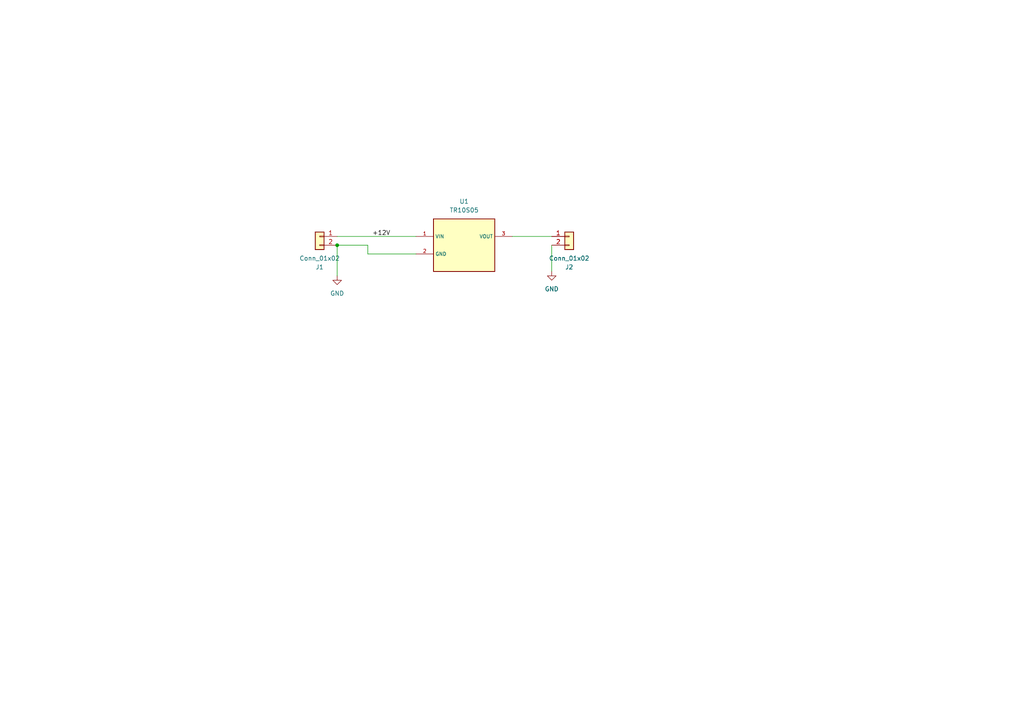
<source format=kicad_sch>
(kicad_sch
	(version 20231120)
	(generator "eeschema")
	(generator_version "8.0")
	(uuid "2b6f8566-94a9-4514-bece-73b685fbf46a")
	(paper "A4")
	(lib_symbols
		(symbol "Connector_Generic:Conn_01x02"
			(pin_names
				(offset 1.016) hide)
			(exclude_from_sim no)
			(in_bom yes)
			(on_board yes)
			(property "Reference" "J"
				(at 0 2.54 0)
				(effects
					(font
						(size 1.27 1.27)
					)
				)
			)
			(property "Value" "Conn_01x02"
				(at 0 -5.08 0)
				(effects
					(font
						(size 1.27 1.27)
					)
				)
			)
			(property "Footprint" ""
				(at 0 0 0)
				(effects
					(font
						(size 1.27 1.27)
					)
					(hide yes)
				)
			)
			(property "Datasheet" "~"
				(at 0 0 0)
				(effects
					(font
						(size 1.27 1.27)
					)
					(hide yes)
				)
			)
			(property "Description" "Generic connector, single row, 01x02, script generated (kicad-library-utils/schlib/autogen/connector/)"
				(at 0 0 0)
				(effects
					(font
						(size 1.27 1.27)
					)
					(hide yes)
				)
			)
			(property "ki_keywords" "connector"
				(at 0 0 0)
				(effects
					(font
						(size 1.27 1.27)
					)
					(hide yes)
				)
			)
			(property "ki_fp_filters" "Connector*:*_1x??_*"
				(at 0 0 0)
				(effects
					(font
						(size 1.27 1.27)
					)
					(hide yes)
				)
			)
			(symbol "Conn_01x02_1_1"
				(rectangle
					(start -1.27 -2.413)
					(end 0 -2.667)
					(stroke
						(width 0.1524)
						(type default)
					)
					(fill
						(type none)
					)
				)
				(rectangle
					(start -1.27 0.127)
					(end 0 -0.127)
					(stroke
						(width 0.1524)
						(type default)
					)
					(fill
						(type none)
					)
				)
				(rectangle
					(start -1.27 1.27)
					(end 1.27 -3.81)
					(stroke
						(width 0.254)
						(type default)
					)
					(fill
						(type background)
					)
				)
				(pin passive line
					(at -5.08 0 0)
					(length 3.81)
					(name "Pin_1"
						(effects
							(font
								(size 1.27 1.27)
							)
						)
					)
					(number "1"
						(effects
							(font
								(size 1.27 1.27)
							)
						)
					)
				)
				(pin passive line
					(at -5.08 -2.54 0)
					(length 3.81)
					(name "Pin_2"
						(effects
							(font
								(size 1.27 1.27)
							)
						)
					)
					(number "2"
						(effects
							(font
								(size 1.27 1.27)
							)
						)
					)
				)
			)
		)
		(symbol "NJIT Baja Symbols:TR10S05"
			(exclude_from_sim no)
			(in_bom yes)
			(on_board yes)
			(property "Reference" "U"
				(at 0 0 0)
				(effects
					(font
						(size 1.27 1.27)
					)
				)
			)
			(property "Value" "TR10S05"
				(at -0.254 2.286 0)
				(effects
					(font
						(size 1.27 1.27)
					)
				)
			)
			(property "Footprint" "NJIT Baja Footprints:TR10S05"
				(at -5.588 11.176 0)
				(effects
					(font
						(size 1.27 1.27)
					)
					(hide yes)
				)
			)
			(property "Datasheet" ""
				(at 0 0 0)
				(effects
					(font
						(size 1.27 1.27)
					)
					(hide yes)
				)
			)
			(property "Description" ""
				(at 0 0 0)
				(effects
					(font
						(size 1.27 1.27)
					)
					(hide yes)
				)
			)
			(symbol "TR10S05_0_0"
				(rectangle
					(start -8.89 7.62)
					(end 8.89 -7.62)
					(stroke
						(width 0.254)
						(type default)
					)
					(fill
						(type background)
					)
				)
				(pin power_in line
					(at -13.97 -2.54 0)
					(length 5.08)
					(name "GND"
						(effects
							(font
								(size 1.016 1.016)
							)
						)
					)
					(number "2"
						(effects
							(font
								(size 1.016 1.016)
							)
						)
					)
				)
			)
			(symbol "TR10S05_1_0"
				(pin power_in line
					(at -13.97 2.54 0)
					(length 5.08)
					(name "VIN"
						(effects
							(font
								(size 1.016 1.016)
							)
						)
					)
					(number "1"
						(effects
							(font
								(size 1.016 1.016)
							)
						)
					)
				)
				(pin power_out line
					(at 13.97 2.54 180)
					(length 5.08)
					(name "VOUT"
						(effects
							(font
								(size 1.016 1.016)
							)
						)
					)
					(number "3"
						(effects
							(font
								(size 1.016 1.016)
							)
						)
					)
				)
			)
		)
		(symbol "power:GND"
			(power)
			(pin_numbers hide)
			(pin_names
				(offset 0) hide)
			(exclude_from_sim no)
			(in_bom yes)
			(on_board yes)
			(property "Reference" "#PWR"
				(at 0 -6.35 0)
				(effects
					(font
						(size 1.27 1.27)
					)
					(hide yes)
				)
			)
			(property "Value" "GND"
				(at 0 -3.81 0)
				(effects
					(font
						(size 1.27 1.27)
					)
				)
			)
			(property "Footprint" ""
				(at 0 0 0)
				(effects
					(font
						(size 1.27 1.27)
					)
					(hide yes)
				)
			)
			(property "Datasheet" ""
				(at 0 0 0)
				(effects
					(font
						(size 1.27 1.27)
					)
					(hide yes)
				)
			)
			(property "Description" "Power symbol creates a global label with name \"GND\" , ground"
				(at 0 0 0)
				(effects
					(font
						(size 1.27 1.27)
					)
					(hide yes)
				)
			)
			(property "ki_keywords" "global power"
				(at 0 0 0)
				(effects
					(font
						(size 1.27 1.27)
					)
					(hide yes)
				)
			)
			(symbol "GND_0_1"
				(polyline
					(pts
						(xy 0 0) (xy 0 -1.27) (xy 1.27 -1.27) (xy 0 -2.54) (xy -1.27 -1.27) (xy 0 -1.27)
					)
					(stroke
						(width 0)
						(type default)
					)
					(fill
						(type none)
					)
				)
			)
			(symbol "GND_1_1"
				(pin power_in line
					(at 0 0 270)
					(length 0)
					(name "~"
						(effects
							(font
								(size 1.27 1.27)
							)
						)
					)
					(number "1"
						(effects
							(font
								(size 1.27 1.27)
							)
						)
					)
				)
			)
		)
	)
	(junction
		(at 97.79 71.12)
		(diameter 0)
		(color 0 0 0 0)
		(uuid "3a83a463-dff7-46f1-afc7-5c92a6d39666")
	)
	(wire
		(pts
			(xy 106.68 71.12) (xy 97.79 71.12)
		)
		(stroke
			(width 0)
			(type default)
		)
		(uuid "1970fd75-8259-4519-8184-8a48a99efcf1")
	)
	(wire
		(pts
			(xy 97.79 68.58) (xy 120.65 68.58)
		)
		(stroke
			(width 0)
			(type default)
		)
		(uuid "4bf1b525-bf0b-4fce-b163-6fd7ee61ae11")
	)
	(wire
		(pts
			(xy 106.68 73.66) (xy 120.65 73.66)
		)
		(stroke
			(width 0)
			(type default)
		)
		(uuid "9a7dffb9-5d01-4c17-be59-a17c0d23d78e")
	)
	(wire
		(pts
			(xy 106.68 73.66) (xy 106.68 71.12)
		)
		(stroke
			(width 0)
			(type default)
		)
		(uuid "a54bbd90-8dc0-48c7-91f5-903539ffbdfd")
	)
	(wire
		(pts
			(xy 160.02 71.12) (xy 160.02 78.74)
		)
		(stroke
			(width 0)
			(type default)
		)
		(uuid "ad139ed6-2a84-417e-b300-4360bf0529cd")
	)
	(wire
		(pts
			(xy 97.79 71.12) (xy 97.79 80.01)
		)
		(stroke
			(width 0)
			(type default)
		)
		(uuid "ce727826-6f24-4eed-a894-6d7f4cf67c65")
	)
	(wire
		(pts
			(xy 148.59 68.58) (xy 160.02 68.58)
		)
		(stroke
			(width 0)
			(type default)
		)
		(uuid "d1ac253f-1934-4b0c-926d-af7a77d73192")
	)
	(label "+12V"
		(at 107.95 68.58 0)
		(fields_autoplaced yes)
		(effects
			(font
				(size 1.27 1.27)
			)
			(justify left bottom)
		)
		(uuid "b8118002-a554-417c-837f-5d74c1ebfd43")
	)
	(symbol
		(lib_id "Connector_Generic:Conn_01x02")
		(at 92.71 68.58 0)
		(mirror y)
		(unit 1)
		(exclude_from_sim no)
		(in_bom yes)
		(on_board yes)
		(dnp no)
		(uuid "6962a0da-7791-4317-a2c5-540485a8d3a4")
		(property "Reference" "J1"
			(at 92.71 77.47 0)
			(effects
				(font
					(size 1.27 1.27)
				)
			)
		)
		(property "Value" "Conn_01x02"
			(at 92.71 74.93 0)
			(effects
				(font
					(size 1.27 1.27)
				)
			)
		)
		(property "Footprint" "Connector_PinHeader_2.54mm:PinHeader_1x02_P2.54mm_Vertical"
			(at 92.71 68.58 0)
			(effects
				(font
					(size 1.27 1.27)
				)
				(hide yes)
			)
		)
		(property "Datasheet" "~"
			(at 92.71 68.58 0)
			(effects
				(font
					(size 1.27 1.27)
				)
				(hide yes)
			)
		)
		(property "Description" "Generic connector, single row, 01x02, script generated (kicad-library-utils/schlib/autogen/connector/)"
			(at 92.71 68.58 0)
			(effects
				(font
					(size 1.27 1.27)
				)
				(hide yes)
			)
		)
		(pin "2"
			(uuid "ac66a949-26ce-4e97-a54d-13285bad1cc1")
		)
		(pin "1"
			(uuid "ac37a6c7-f79e-4030-b61d-d6edc414c497")
		)
		(instances
			(project ""
				(path "/2b6f8566-94a9-4514-bece-73b685fbf46a"
					(reference "J1")
					(unit 1)
				)
			)
		)
	)
	(symbol
		(lib_id "power:GND")
		(at 160.02 78.74 0)
		(unit 1)
		(exclude_from_sim no)
		(in_bom yes)
		(on_board yes)
		(dnp no)
		(fields_autoplaced yes)
		(uuid "78f317dc-49f1-4aa9-a15d-5fa7d1a1e566")
		(property "Reference" "#PWR06"
			(at 160.02 85.09 0)
			(effects
				(font
					(size 1.27 1.27)
				)
				(hide yes)
			)
		)
		(property "Value" "GND"
			(at 160.02 83.82 0)
			(effects
				(font
					(size 1.27 1.27)
				)
			)
		)
		(property "Footprint" ""
			(at 160.02 78.74 0)
			(effects
				(font
					(size 1.27 1.27)
				)
				(hide yes)
			)
		)
		(property "Datasheet" ""
			(at 160.02 78.74 0)
			(effects
				(font
					(size 1.27 1.27)
				)
				(hide yes)
			)
		)
		(property "Description" "Power symbol creates a global label with name \"GND\" , ground"
			(at 160.02 78.74 0)
			(effects
				(font
					(size 1.27 1.27)
				)
				(hide yes)
			)
		)
		(pin "1"
			(uuid "b8996ade-1f42-4f45-b94b-b263d2a3a8bc")
		)
		(instances
			(project ""
				(path "/2b6f8566-94a9-4514-bece-73b685fbf46a"
					(reference "#PWR06")
					(unit 1)
				)
			)
		)
	)
	(symbol
		(lib_id "Connector_Generic:Conn_01x02")
		(at 165.1 68.58 0)
		(unit 1)
		(exclude_from_sim no)
		(in_bom yes)
		(on_board yes)
		(dnp no)
		(uuid "a67668bf-73ad-42d4-b800-2387b729dabd")
		(property "Reference" "J2"
			(at 165.1 77.47 0)
			(effects
				(font
					(size 1.27 1.27)
				)
			)
		)
		(property "Value" "Conn_01x02"
			(at 165.1 74.93 0)
			(effects
				(font
					(size 1.27 1.27)
				)
			)
		)
		(property "Footprint" "Connector_PinHeader_2.54mm:PinHeader_1x02_P2.54mm_Vertical"
			(at 165.1 68.58 0)
			(effects
				(font
					(size 1.27 1.27)
				)
				(hide yes)
			)
		)
		(property "Datasheet" "~"
			(at 165.1 68.58 0)
			(effects
				(font
					(size 1.27 1.27)
				)
				(hide yes)
			)
		)
		(property "Description" "Generic connector, single row, 01x02, script generated (kicad-library-utils/schlib/autogen/connector/)"
			(at 165.1 68.58 0)
			(effects
				(font
					(size 1.27 1.27)
				)
				(hide yes)
			)
		)
		(pin "2"
			(uuid "89350c28-15fd-4e33-b22c-103415dfe57a")
		)
		(pin "1"
			(uuid "f18d344e-8529-4abc-b61b-18fc89668ffe")
		)
		(instances
			(project "baja_voltage_regulator2"
				(path "/2b6f8566-94a9-4514-bece-73b685fbf46a"
					(reference "J2")
					(unit 1)
				)
			)
		)
	)
	(symbol
		(lib_id "power:GND")
		(at 97.79 80.01 0)
		(unit 1)
		(exclude_from_sim no)
		(in_bom yes)
		(on_board yes)
		(dnp no)
		(fields_autoplaced yes)
		(uuid "bb2df5f5-3899-41df-8bd4-0275ca0edf94")
		(property "Reference" "#PWR07"
			(at 97.79 86.36 0)
			(effects
				(font
					(size 1.27 1.27)
				)
				(hide yes)
			)
		)
		(property "Value" "GND"
			(at 97.79 85.09 0)
			(effects
				(font
					(size 1.27 1.27)
				)
			)
		)
		(property "Footprint" ""
			(at 97.79 80.01 0)
			(effects
				(font
					(size 1.27 1.27)
				)
				(hide yes)
			)
		)
		(property "Datasheet" ""
			(at 97.79 80.01 0)
			(effects
				(font
					(size 1.27 1.27)
				)
				(hide yes)
			)
		)
		(property "Description" "Power symbol creates a global label with name \"GND\" , ground"
			(at 97.79 80.01 0)
			(effects
				(font
					(size 1.27 1.27)
				)
				(hide yes)
			)
		)
		(pin "1"
			(uuid "0cf46748-9081-4177-bbf4-bd441707a502")
		)
		(instances
			(project ""
				(path "/2b6f8566-94a9-4514-bece-73b685fbf46a"
					(reference "#PWR07")
					(unit 1)
				)
			)
		)
	)
	(symbol
		(lib_id "NJIT Baja Symbols:TR10S05")
		(at 134.62 71.12 0)
		(unit 1)
		(exclude_from_sim no)
		(in_bom yes)
		(on_board yes)
		(dnp no)
		(fields_autoplaced yes)
		(uuid "c10fb00f-6475-4a57-ab47-84f70d12851e")
		(property "Reference" "U1"
			(at 134.62 58.42 0)
			(effects
				(font
					(size 1.27 1.27)
				)
			)
		)
		(property "Value" "TR10S05"
			(at 134.62 60.96 0)
			(effects
				(font
					(size 1.27 1.27)
				)
			)
		)
		(property "Footprint" "NJIT Baja Footprints:TR10S05"
			(at 134.62 71.12 0)
			(effects
				(font
					(size 1.27 1.27)
				)
				(hide yes)
			)
		)
		(property "Datasheet" ""
			(at 134.62 71.12 0)
			(effects
				(font
					(size 1.27 1.27)
				)
				(hide yes)
			)
		)
		(property "Description" ""
			(at 134.62 71.12 0)
			(effects
				(font
					(size 1.27 1.27)
				)
				(hide yes)
			)
		)
		(pin "1"
			(uuid "f8a7ddaf-ee17-4196-babd-62cfcddfda0a")
		)
		(pin "2"
			(uuid "d1959f4e-d12b-45e3-b6c5-8689f884063f")
		)
		(pin "3"
			(uuid "a348989c-bd13-485a-9e88-9eedce51de89")
		)
		(instances
			(project ""
				(path "/2b6f8566-94a9-4514-bece-73b685fbf46a"
					(reference "U1")
					(unit 1)
				)
			)
		)
	)
	(sheet_instances
		(path "/"
			(page "1")
		)
	)
)

</source>
